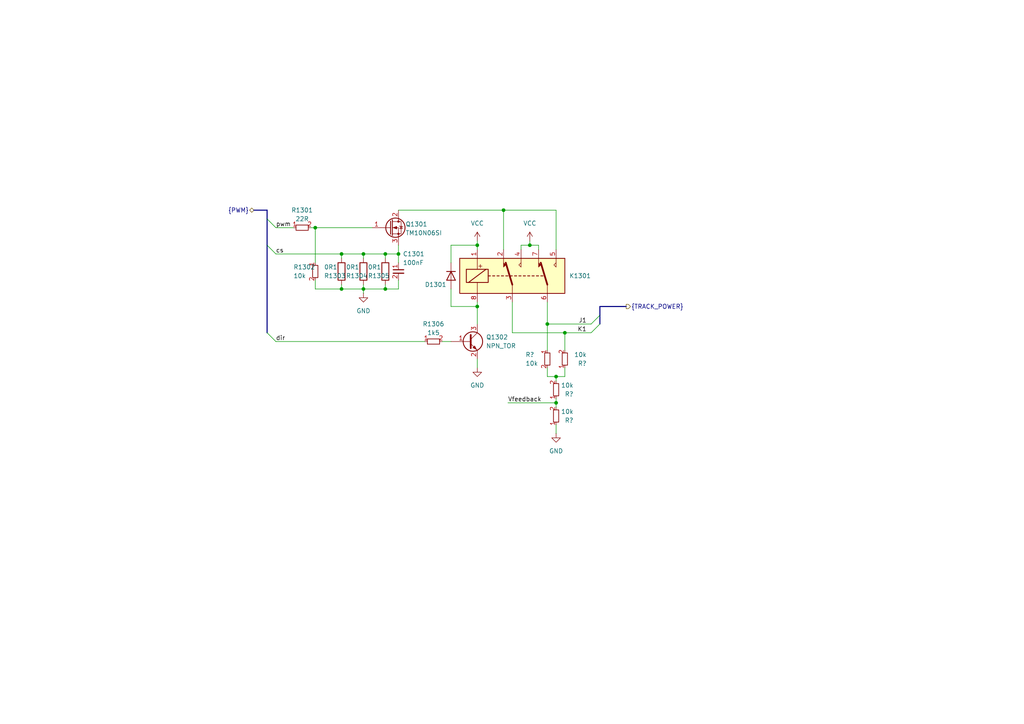
<source format=kicad_sch>
(kicad_sch (version 20231120) (generator "eeschema") (generator_version "8.0")
  (paper "A4")
  (lib_symbols
    (symbol "Transistor_FET_Other:DN2540N8-G" (pin_names (offset 0) hide)
      (property "Reference" "Q" (at 5.08 1.905 0))
      (property "Value" "DN2540N8-G" (at 5.08 0 0))
      (symbol "DN2540N8-G_0_1"
        (polyline (pts (xy 0.254 0) (xy -2.54 0)))
        (polyline (pts (xy 0.254 1.905) (xy 0.254 -1.905)) (stroke (width 0.254)))
        (polyline (pts (xy 0.762 2.286) (xy 0.762 -2.286)) (stroke (width 0.254)))
        (polyline (pts (xy 2.54 2.54) (xy 2.54 1.778)))
        (polyline (pts (xy 2.54 -2.54) (xy 2.54 0) (xy 0.762 0)))
        (polyline (pts (xy 0.762 -1.778) (xy 3.302 -1.778) (xy 3.302 1.778) (xy 0.762 1.778)))
        (polyline (pts (xy 1.016 0) (xy 2.032 0.381) (xy 2.032 -0.381) (xy 1.016 0)) (fill (type outline)))
        (polyline (pts (xy 2.794 0.508) (xy 2.921 0.381) (xy 3.683 0.381) (xy 3.81 0.254)))
        (polyline (pts (xy 3.302 0.381) (xy 2.921 -0.254) (xy 3.683 -0.254) (xy 3.302 0.381)))
        (circle (center 1.651 0) (radius 2.794) (stroke (width 0.254)))
        (circle (center 2.54 -1.778) (radius 0.254) (fill (type outline)))
        (circle (center 2.54 1.778) (radius 0.254) (fill (type outline)))
      )
      (symbol "DN2540N8-G_1_1"
        (pin input line (at -5.08 0 0) (length 2.54) (name "G") (number "1"))
        (pin passive line (at 2.54 5.08 270) (length 2.54) (name "D") (number "2"))
        (pin passive line (at 2.54 -5.08 90) (length 2.54) (name "S") (number "3"))
      )
    )
    (symbol "capacitor_miscellaneous:C_0603_100nF"
      (property "Reference" "C" (at 1.27 2.54 0))
      (property "Value" "100nF" (at 3.81 -2.54 0))
      (symbol "C_0603_100nF_0_1"
        (polyline (pts (xy -1.524 -0.508) (xy 1.524 -0.508)) (stroke (width 0.3302)))
        (polyline (pts (xy -1.524 0.508) (xy 1.524 0.508)) (stroke (width 0.3048)))
      )
      (symbol "C_0603_100nF_1_1"
        (pin passive line (at 0 2.54 270) (length 2.032) (name "~") (number "1"))
        (pin passive line (at 0 -2.54 90) (length 2.032) (name "~") (number "2"))
      )
    )
    (symbol "custom_kicad_lib_sk:1N4148WS" (pin_numbers hide) (pin_names hide)
      (property "Reference" "D" (at 0 2.54 0))
      (property "Value" "1N4148WS" (at 0 -2.54 0))
      (symbol "1N4148WS_0_1"
        (polyline (pts (xy -1.27 1.27) (xy -1.27 -1.27)) (stroke (width 0.254)))
        (polyline (pts (xy 1.27 0) (xy -1.27 0)))
        (polyline (pts (xy 1.27 1.27) (xy 1.27 -1.27) (xy -1.27 0) (xy 1.27 1.27)) (stroke (width 0.254)))
      )
      (symbol "1N4148WS_1_1"
        (pin passive line (at -3.81 0 0) (length 2.54) (name "K") (number "1"))
        (pin passive line (at 3.81 0 180) (length 2.54) (name "A") (number "2"))
      )
    )
    (symbol "custom_kicad_lib_sk:G6K-2F-Y-TR DC12"
      (property "Reference" "K" (at 16.51 3.81 0))
      (symbol "G6K-2F-Y-TR DC12_0_0"
        (text "+" (at -9.271 2.921 0) (effects (font (size 1.27 1.27))))
      )
      (symbol "G6K-2F-Y-TR DC12_0_1"
        (rectangle (start -15.24 5.08) (end 15.24 -5.08) (stroke (width 0.254)) (fill (type background)))
        (rectangle (start -13.335 1.905) (end -6.985 -1.905) (stroke (width 0.254)))
        (polyline (pts (xy -12.7 -1.905) (xy -7.62 1.905)) (stroke (width 0.254)))
        (polyline (pts (xy -10.16 -5.08) (xy -10.16 -1.905)))
        (polyline (pts (xy -10.16 5.08) (xy -10.16 1.905)))
        (polyline (pts (xy -6.985 0) (xy -6.35 0)) (stroke (width 0.254)))
        (polyline (pts (xy -5.715 0) (xy -5.08 0)) (stroke (width 0.254)))
        (polyline (pts (xy -4.445 0) (xy -3.81 0)) (stroke (width 0.254)))
        (polyline (pts (xy -3.175 0) (xy -2.54 0)) (stroke (width 0.254)))
        (polyline (pts (xy -1.905 0) (xy -1.27 0)) (stroke (width 0.254)))
        (polyline (pts (xy -0.635 0) (xy 0 0)) (stroke (width 0.254)))
        (polyline (pts (xy 0 -2.54) (xy -1.905 3.81)) (stroke (width 0.508)))
        (polyline (pts (xy 0 -2.54) (xy 0 -5.08)))
        (polyline (pts (xy 0.635 0) (xy 1.27 0)) (stroke (width 0.254)))
        (polyline (pts (xy 1.905 0) (xy 2.54 0)) (stroke (width 0.254)))
        (polyline (pts (xy 3.175 0) (xy 3.81 0)) (stroke (width 0.254)))
        (polyline (pts (xy 4.445 0) (xy 5.08 0)) (stroke (width 0.254)))
        (polyline (pts (xy 5.715 0) (xy 6.35 0)) (stroke (width 0.254)))
        (polyline (pts (xy 6.985 0) (xy 7.62 0)) (stroke (width 0.254)))
        (polyline (pts (xy 8.255 0) (xy 8.89 0)) (stroke (width 0.254)))
        (polyline (pts (xy 10.16 -2.54) (xy 8.255 3.81)) (stroke (width 0.508)))
        (polyline (pts (xy 10.16 -2.54) (xy 10.16 -5.08)))
        (polyline (pts (xy -2.54 5.08) (xy -2.54 2.54) (xy -1.905 3.175) (xy -2.54 3.81)) (fill (type outline)))
        (polyline (pts (xy 2.54 5.08) (xy 2.54 2.54) (xy 1.905 3.175) (xy 2.54 3.81)))
        (polyline (pts (xy 7.62 5.08) (xy 7.62 2.54) (xy 8.255 3.175) (xy 7.62 3.81)) (fill (type outline)))
        (polyline (pts (xy 12.7 5.08) (xy 12.7 2.54) (xy 12.065 3.175) (xy 12.7 3.81)))
      )
      (symbol "G6K-2F-Y-TR DC12_1_1"
        (pin passive line (at -10.16 7.62 270) (length 2.54) (name "~") (number "1"))
        (pin passive line (at -2.54 7.62 270) (length 2.54) (name "~") (number "2"))
        (pin passive line (at 0 -7.62 90) (length 2.54) (name "~") (number "3"))
        (pin passive line (at 2.54 7.62 270) (length 2.54) (name "~") (number "4"))
        (pin passive line (at 12.7 7.62 270) (length 2.54) (name "~") (number "5"))
        (pin passive line (at 10.16 -7.62 90) (length 2.54) (name "~") (number "6"))
        (pin passive line (at 7.62 7.62 270) (length 2.54) (name "~") (number "7"))
        (pin passive line (at -10.16 -7.62 90) (length 2.54) (name "~") (number "8"))
      )
    )
    (symbol "custom_kicad_lib_sk:NPN_TOR" (pin_names (offset 0) hide)
      (property "Reference" "Q" (at 5.08 1.905 0))
      (property "Value" "NPN_TOR" (at 5.08 0 0))
      (symbol "NPN_TOR_0_1"
        (polyline (pts (xy 0.635 0.635) (xy 2.54 2.54)))
        (polyline (pts (xy 0.635 -0.635) (xy 2.54 -2.54) (xy 2.54 -2.54)))
        (polyline (pts (xy 0.635 1.905) (xy 0.635 -1.905) (xy 0.635 -1.905)) (stroke (width 0.508)))
        (polyline (pts (xy 1.27 -1.778) (xy 1.778 -1.27) (xy 2.286 -2.286) (xy 1.27 -1.778) (xy 1.27 -1.778)) (fill (type outline)))
        (circle (center 1.27 0) (radius 2.8194) (stroke (width 0.254)))
      )
      (symbol "NPN_TOR_1_1"
        (pin input line (at -5.08 0 0) (length 5.715) (name "B") (number "1"))
        (pin passive line (at 2.54 -5.08 90) (length 2.54) (name "E") (number "2"))
        (pin passive line (at 2.54 5.08 270) (length 2.54) (name "C") (number "3"))
      )
    )
    (symbol "power:GND" (power) (pin_numbers hide) (pin_names (offset 0) hide)
      (property "Value" "GND" (at 0 -3.81 0))
      (symbol "GND_0_1"
        (polyline (pts (xy 0 0) (xy 0 -1.27) (xy 1.27 -1.27) (xy 0 -2.54) (xy -1.27 -1.27) (xy 0 -1.27)))
      )
      (symbol "GND_1_1"
        (pin power_in line (at 0 0 270) (length 0) (name "~") (number "1"))
      )
    )
    (symbol "power:VCC" (power) (pin_numbers hide) (pin_names (offset 0) hide)
      (property "Value" "VCC" (at 0 3.556 0))
      (symbol "VCC_0_1"
        (polyline (pts (xy -0.762 1.27) (xy 0 2.54)))
        (polyline (pts (xy 0 0) (xy 0 2.54)))
        (polyline (pts (xy 0 2.54) (xy 0.762 1.27)))
      )
      (symbol "VCC_1_1"
        (pin power_in line (at 0 0 90) (length 0) (name "~") (number "1"))
      )
    )
    (symbol "resistors_0603:R_10k_0603"
      (property "Reference" "R" (at 1.27 2.54 0))
      (property "Value" "10k" (at 2.54 -2.54 0))
      (symbol "R_10k_0603_0_1"
        (rectangle (start -0.762 1.778) (end 0.762 -1.778) (stroke (width 0.2032)))
      )
      (symbol "R_10k_0603_1_1"
        (pin passive line (at 0 2.54 270) (length 0.762) (name "~") (number "1"))
        (pin passive line (at 0 -2.54 90) (length 0.762) (name "~") (number "2"))
      )
    )
    (symbol "resistors_0603:R_1k5_0603"
      (property "Reference" "R" (at 1.27 2.54 0))
      (property "Value" "1k5" (at 2.54 -2.54 0))
      (symbol "R_1k5_0603_0_1"
        (rectangle (start -0.762 1.778) (end 0.762 -1.778) (stroke (width 0.2032)))
      )
      (symbol "R_1k5_0603_1_1"
        (pin passive line (at 0 2.54 270) (length 0.762) (name "~") (number "1"))
        (pin passive line (at 0 -2.54 90) (length 0.762) (name "~") (number "2"))
      )
    )
    (symbol "resistors_0603:R_22R_0603"
      (property "Reference" "R" (at 1.27 2.54 0))
      (property "Value" "22R" (at 2.54 -2.54 0))
      (symbol "R_22R_0603_0_1"
        (rectangle (start -0.762 1.778) (end 0.762 -1.778) (stroke (width 0.2032)))
      )
      (symbol "R_22R_0603_1_1"
        (pin passive line (at 0 2.54 270) (length 0.762) (name "~") (number "1"))
        (pin passive line (at 0 -2.54 90) (length 0.762) (name "~") (number "2"))
      )
    )
    (symbol "resistors_1206:R_0R1_1206" (pin_numbers hide) (pin_names (offset 0))
      (property "Reference" "R?" (at 1.778 1.2121 0))
      (property "Value" "0R1" (at 1.778 -1.2121 0))
      (symbol "R_0R1_1206_0_1"
        (rectangle (start -1.016 -2.54) (end 1.016 2.54) (stroke (width 0.254)))
      )
      (symbol "R_0R1_1206_1_1"
        (pin passive line (at 0 3.81 270) (length 1.27) (name "~") (number "1"))
        (pin passive line (at 0 -3.81 90) (length 1.27) (name "~") (number "2"))
      )
    )
  )
  (junction (at 161.29 109.22))
  (junction (at 99.06 73.66))
  (junction (at 163.83 96.52))
  (junction (at 105.41 83.82))
  (junction (at 138.43 88.9))
  (junction (at 158.75 93.98))
  (junction (at 105.41 73.66))
  (junction (at 161.29 116.84))
  (junction (at 115.57 73.66))
  (junction (at 138.43 71.12))
  (junction (at 153.67 71.12))
  (junction (at 111.76 73.66))
  (junction (at 91.44 66.04))
  (junction (at 146.05 60.96))
  (junction (at 111.76 83.82))
  (junction (at 99.06 83.82))
  (bus_entry (at 77.47 63.5) (size 2.54 2.54))
  (bus_entry (at 173.99 93.98) (size -2.54 2.54))
  (bus_entry (at 173.99 91.44) (size -2.54 2.54))
  (bus_entry (at 77.47 96.52) (size 2.54 2.54))
  (bus_entry (at 77.47 71.12) (size 2.54 2.54))
  (wire (pts (xy 91.44 66.04) (xy 91.44 76.2)))
  (wire (pts (xy 153.67 71.12) (xy 156.21 71.12)))
  (wire (pts (xy 158.75 93.98) (xy 158.75 101.6)))
  (wire (pts (xy 91.44 83.82) (xy 99.06 83.82)))
  (wire (pts (xy 130.81 83.82) (xy 130.81 88.9)))
  (wire (pts (xy 105.41 83.82) (xy 105.41 85.09)))
  (wire (pts (xy 158.75 93.98) (xy 171.45 93.98)))
  (bus (pts (xy 181.61 88.9) (xy 173.99 88.9)))
  (wire (pts (xy 105.41 73.66) (xy 111.76 73.66)))
  (bus (pts (xy 173.99 91.44) (xy 173.99 93.98)))
  (wire (pts (xy 115.57 76.2) (xy 115.57 73.66)))
  (wire (pts (xy 115.57 81.28) (xy 115.57 83.82)))
  (wire (pts (xy 99.06 73.66) (xy 80.01 73.66)))
  (wire (pts (xy 115.57 60.96) (xy 146.05 60.96)))
  (wire (pts (xy 130.81 88.9) (xy 138.43 88.9)))
  (wire (pts (xy 105.41 83.82) (xy 111.76 83.82)))
  (wire (pts (xy 147.32 116.84) (xy 161.29 116.84)))
  (wire (pts (xy 91.44 83.82) (xy 91.44 81.28)))
  (wire (pts (xy 163.83 96.52) (xy 171.45 96.52)))
  (wire (pts (xy 161.29 115.57) (xy 161.29 116.84)))
  (wire (pts (xy 130.81 71.12) (xy 138.43 71.12)))
  (wire (pts (xy 111.76 83.82) (xy 111.76 82.55)))
  (wire (pts (xy 161.29 109.22) (xy 163.83 109.22)))
  (wire (pts (xy 158.75 106.68) (xy 158.75 109.22)))
  (wire (pts (xy 161.29 116.84) (xy 161.29 118.11)))
  (wire (pts (xy 138.43 71.12) (xy 138.43 72.39)))
  (wire (pts (xy 151.13 72.39) (xy 151.13 71.12)))
  (wire (pts (xy 158.75 109.22) (xy 161.29 109.22)))
  (wire (pts (xy 148.59 96.52) (xy 163.83 96.52)))
  (wire (pts (xy 111.76 73.66) (xy 115.57 73.66)))
  (wire (pts (xy 128.27 99.06) (xy 130.81 99.06)))
  (bus (pts (xy 77.47 60.96) (xy 77.47 63.5)))
  (bus (pts (xy 77.47 63.5) (xy 77.47 71.12)))
  (wire (pts (xy 163.83 96.52) (xy 163.83 101.6)))
  (wire (pts (xy 105.41 82.55) (xy 105.41 83.82)))
  (wire (pts (xy 146.05 60.96) (xy 161.29 60.96)))
  (wire (pts (xy 111.76 73.66) (xy 111.76 74.93)))
  (wire (pts (xy 90.17 66.04) (xy 91.44 66.04)))
  (wire (pts (xy 151.13 71.12) (xy 153.67 71.12)))
  (wire (pts (xy 99.06 82.55) (xy 99.06 83.82)))
  (wire (pts (xy 161.29 110.49) (xy 161.29 109.22)))
  (bus (pts (xy 173.99 88.9) (xy 173.99 91.44)))
  (wire (pts (xy 99.06 83.82) (xy 105.41 83.82)))
  (wire (pts (xy 163.83 109.22) (xy 163.83 106.68)))
  (wire (pts (xy 80.01 66.04) (xy 85.09 66.04)))
  (wire (pts (xy 130.81 76.2) (xy 130.81 71.12)))
  (bus (pts (xy 73.66 60.96) (xy 77.47 60.96)))
  (wire (pts (xy 156.21 71.12) (xy 156.21 72.39)))
  (wire (pts (xy 148.59 87.63) (xy 148.59 96.52)))
  (wire (pts (xy 99.06 73.66) (xy 99.06 74.93)))
  (wire (pts (xy 138.43 69.85) (xy 138.43 71.12)))
  (wire (pts (xy 99.06 73.66) (xy 105.41 73.66)))
  (wire (pts (xy 153.67 69.85) (xy 153.67 71.12)))
  (wire (pts (xy 115.57 71.12) (xy 115.57 73.66)))
  (bus (pts (xy 77.47 71.12) (xy 77.47 96.52)))
  (wire (pts (xy 161.29 123.19) (xy 161.29 125.73)))
  (wire (pts (xy 111.76 83.82) (xy 115.57 83.82)))
  (wire (pts (xy 161.29 60.96) (xy 161.29 72.39)))
  (wire (pts (xy 138.43 104.14) (xy 138.43 106.68)))
  (wire (pts (xy 138.43 87.63) (xy 138.43 88.9)))
  (wire (pts (xy 138.43 88.9) (xy 138.43 93.98)))
  (wire (pts (xy 158.75 93.98) (xy 158.75 87.63)))
  (wire (pts (xy 91.44 66.04) (xy 107.95 66.04)))
  (wire (pts (xy 80.01 99.06) (xy 123.19 99.06)))
  (wire (pts (xy 146.05 72.39) (xy 146.05 60.96)))
  (wire (pts (xy 105.41 73.66) (xy 105.41 74.93)))
  (label "dir" (at 80.01 99.06 0))
  (label "Vfeedback" (at 147.32 116.84 0))
  (label "cs" (at 80.01 73.66 0))
  (label "K1" (at 170.18 96.52 180))
  (label "pwm" (at 80.01 66.04 0))
  (label "J1" (at 170.18 93.98 180))
  (hierarchical_label "{PWM}" (shape bidirectional) (at 73.66 60.96 180))
  (hierarchical_label "{TRACK_POWER}" (shape output) (at 181.61 88.9 0))
  (symbol (lib_id "custom_kicad_lib_sk:1N4148WS") (at 130.81 80.01 270) (unit 1)
    (property "Reference" "D1301" (at 123.19 82.55 90) (effects (justify left)))
    (property "Value" "1N4148WS" (effects (hide yes)))
    (property "Footprint" "Diode_SMD:D_SOD-323" (effects (hide yes)))
    (property "Datasheet" "https://www.vishay.com/docs/85751/1n4148ws.pdf" (effects (hide yes)))
    (property "Description" "75V 0.15A Fast switching Diode, SOD-323" (effects (hide yes)))
    (property "Sim.Device" "D" (effects (hide yes)))
    (property "Sim.Pins" "1=K 2=A" (effects (hide yes)))
    (property "JLCPCB Part#" "C2128" (effects (hide yes)))
  )
  (symbol (lib_id "resistors_1206:R_0R1_1206") (at 99.06 78.74 0) (unit 1)
    (property "Reference" "R1303" (at 93.98 80.01 0) (effects (justify left)))
    (property "Value" "0R1" (at 93.98 77.47 0) (effects (justify left)))
    (property "Footprint" "Resistor_SMD:R_1206_3216Metric" (effects (hide yes)))
    (property "Description" "Resistor" (effects (hide yes)))
    (property "JLCPCB Part#" "C25334" (effects (hide yes)))
  )
  (symbol (lib_id "power:GND") (at 105.41 85.09 0) (unit 1)
    (property "Reference" "#PWR01302" (effects (hide yes)))
    (property "Value" "GND" (at 105.41 90.17 0))
    (property "Description" "Power symbol creates a global label with name \"GND\" , ground" (effects (hide yes)))
  )
  (symbol (lib_id "custom_kicad_lib_sk:G6K-2F-Y-TR DC12") (at 148.59 80.01 0) (unit 1)
    (property "Reference" "K1301" (at 165.1 80.0099 0) (effects (justify left)))
    (property "Value" "G6K-2F-Y-TR DC12" (effects (hide yes)))
    (property "Footprint" "Relay_SMD:Relay_DPDT_Omron_G6K-2F-Y" (effects (hide yes)))
    (property "Datasheet" "http://omronfs.omron.com/en_US/ecb/products/pdf/en-g6k.pdf" (effects (hide yes)))
    (property "Description" "Miniature 2-pole relay, Single-side Stable" (effects (hide yes)))
    (property "JLCPCB Part#" "C397192" (effects (hide yes)))
  )
  (symbol (lib_id "capacitor_miscellaneous:C_0603_100nF") (at 115.57 78.74 0) (unit 1)
    (property "Reference" "C1301" (at 116.84 73.66 0) (effects (justify left)))
    (property "Value" "100nF" (at 116.84 76.2 0) (effects (justify left)))
    (property "Footprint" "Capacitor_SMD:C_0603_1608Metric" (effects (hide yes)))
    (property "JLCPCB Part#" "C14663" (effects (hide yes)))
  )
  (symbol (lib_id "Transistor_FET_Other:DN2540N8-G") (at 113.03 66.04 0) (unit 1)
    (property "Reference" "Q1301" (at 117.602 65.024 0) (effects (justify left)))
    (property "Value" "TM10N06SI" (at 117.602 67.564 0) (effects (justify left)))
    (property "Footprint" "Package_TO_SOT_SMD:SOT-89-3" (effects (hide yes)))
    (property "Datasheet" "https://wmsc.lcsc.com/wmsc/upload/file/pdf/v2/lcsc/2306141502_Tritech-MOS-TM10N06SI_C7422810.pdf" (effects (hide yes)))
    (property "Description" "10A Vds, channel MOSFET, SOT-89" (effects (hide yes)))
    (property "JLCPCB Part#" "C7422810" (effects (hide yes)))
  )
  (symbol (lib_id "power:VCC") (at 138.43 69.85 0) (unit 1)
    (property "Reference" "#PWR01304" (effects (hide yes)))
    (property "Value" "VCC" (at 138.43 64.77 0))
    (property "Description" "Power symbol creates a global label with name \"VCC\"" (effects (hide yes)))
  )
  (symbol (lib_id "custom_kicad_lib_sk:NPN_TOR") (at 135.89 99.06 0) (unit 1)
    (property "Reference" "Q1302" (at 140.97 97.7899 0) (effects (justify left)))
    (property "Value" "NPN_TOR" (at 140.97 100.3299 0) (effects (justify left)))
    (property "Footprint" "Package_TO_SOT_SMD:SOT-23" (effects (hide yes)))
    (property "Description" "0.6A Ic, 160V Vce, NPN Transistor, SOT-23" (effects (hide yes)))
    (property "JLCPCB Part#" "C2145" (effects (hide yes)))
  )
  (symbol (lib_id "resistors_0603:R_10k_0603") (at 161.29 120.65 180) (unit 1)
    (property "Reference" "R?" (at 166.37 121.92 0) (effects (justify left)))
    (property "Value" "10k" (at 166.37 119.38 0) (effects (justify left)))
    (property "Footprint" "custom_kicad_lib_sk:R_0603_smalltext" (effects (hide yes)))
    (property "JLCPCB Part#" "C25804" (effects (hide yes)))
  )
  (symbol (lib_id "resistors_0603:R_10k_0603") (at 161.29 113.03 180) (unit 1)
    (property "Reference" "R?" (at 166.37 114.3 0) (effects (justify left)))
    (property "Value" "10k" (at 166.37 111.76 0) (effects (justify left)))
    (property "Footprint" "custom_kicad_lib_sk:R_0603_smalltext" (effects (hide yes)))
    (property "JLCPCB Part#" "C25804" (effects (hide yes)))
  )
  (symbol (lib_id "resistors_0603:R_10k_0603") (at 158.75 104.14 0) (unit 1)
    (property "Reference" "R?" (at 152.4 102.87 0) (effects (justify left)))
    (property "Value" "10k" (at 152.4 105.41 0) (effects (justify left)))
    (property "Footprint" "custom_kicad_lib_sk:R_0603_smalltext" (effects (hide yes)))
    (property "JLCPCB Part#" "C25804" (effects (hide yes)))
  )
  (symbol (lib_id "resistors_0603:R_1k5_0603") (at 125.73 99.06 90) (unit 1)
    (property "Reference" "R1306" (at 125.73 93.98 90))
    (property "Value" "1k5" (at 125.73 96.52 90))
    (property "Footprint" "custom_kicad_lib_sk:R_0603_smalltext" (effects (hide yes)))
    (property "JLCPCB Part#" "C22843" (effects (hide yes)))
  )
  (symbol (lib_id "power:GND") (at 138.43 106.68 0) (unit 1)
    (property "Reference" "#PWR01303" (effects (hide yes)))
    (property "Value" "GND" (at 138.43 111.76 0))
    (property "Description" "Power symbol creates a global label with name \"GND\" , ground" (effects (hide yes)))
  )
  (symbol (lib_id "resistors_1206:R_0R1_1206") (at 105.41 78.74 0) (unit 1)
    (property "Reference" "R1304" (at 100.33 80.01 0) (effects (justify left)))
    (property "Value" "0R1" (at 100.33 77.47 0) (effects (justify left)))
    (property "Footprint" "Resistor_SMD:R_1206_3216Metric" (effects (hide yes)))
    (property "Description" "Resistor" (effects (hide yes)))
    (property "JLCPCB Part#" "C25334" (effects (hide yes)))
  )
  (symbol (lib_id "resistors_0603:R_10k_0603") (at 91.44 78.74 0) (unit 1)
    (property "Reference" "R1302" (at 85.09 77.47 0) (effects (justify left)))
    (property "Value" "10k" (at 85.09 80.01 0) (effects (justify left)))
    (property "Footprint" "custom_kicad_lib_sk:R_0603_smalltext" (effects (hide yes)))
    (property "JLCPCB Part#" "C25804" (effects (hide yes)))
  )
  (symbol (lib_id "resistors_1206:R_0R1_1206") (at 111.76 78.74 0) (unit 1)
    (property "Reference" "R1305" (at 106.68 80.01 0) (effects (justify left)))
    (property "Value" "0R1" (at 106.68 77.47 0) (effects (justify left)))
    (property "Footprint" "Resistor_SMD:R_1206_3216Metric" (effects (hide yes)))
    (property "Description" "Resistor" (effects (hide yes)))
    (property "JLCPCB Part#" "C25334" (effects (hide yes)))
  )
  (symbol (lib_id "resistors_0603:R_22R_0603") (at 87.63 66.04 90) (unit 1)
    (property "Reference" "R1301" (at 87.63 60.96 90))
    (property "Value" "22R" (at 87.63 63.5 90))
    (property "Footprint" "custom_kicad_lib_sk:R_0603_smalltext" (effects (hide yes)))
    (property "JLCPCB Part#" "C23345" (effects (hide yes)))
  )
  (symbol (lib_id "power:VCC") (at 153.67 69.85 0) (unit 1)
    (property "Reference" "#PWR01301" (effects (hide yes)))
    (property "Value" "VCC" (at 153.67 64.77 0))
    (property "Description" "Power symbol creates a global label with name \"VCC\"" (effects (hide yes)))
  )
  (symbol (lib_id "power:GND") (at 161.29 125.73 0) (unit 1)
    (property "Reference" "#PWR01305" (effects (hide yes)))
    (property "Value" "GND" (at 161.29 130.81 0))
    (property "Description" "Power symbol creates a global label with name \"GND\" , ground" (effects (hide yes)))
  )
  (symbol (lib_id "resistors_0603:R_10k_0603") (at 163.83 104.14 180) (unit 1)
    (property "Reference" "R?" (at 170.18 105.41 0) (effects (justify left)))
    (property "Value" "10k" (at 170.18 102.87 0) (effects (justify left)))
    (property "Footprint" "custom_kicad_lib_sk:R_0603_smalltext" (effects (hide yes)))
    (property "JLCPCB Part#" "C25804" (effects (hide yes)))
  )
)
</source>
